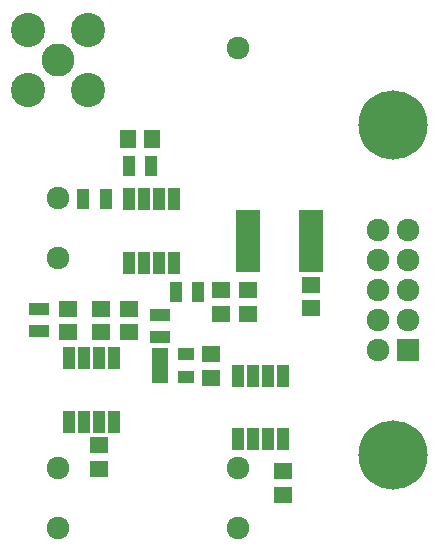
<source format=gbr>
%TF.GenerationSoftware,KiCad,Pcbnew,(2017-05-01 revision c8706e9c1)-makepkg*%
%TF.CreationDate,2017-06-26T08:26:11-04:00*%
%TF.ProjectId,pmt-transimpedance-amplifier,706D742D7472616E73696D706564616E,rev?*%
%TF.FileFunction,Soldermask,Top*%
%TF.FilePolarity,Negative*%
%FSLAX46Y46*%
G04 Gerber Fmt 4.6, Leading zero omitted, Abs format (unit mm)*
G04 Created by KiCad (PCBNEW (2017-05-01 revision c8706e9c1)-makepkg) date 06/26/17 08:26:11*
%MOMM*%
%LPD*%
G01*
G04 APERTURE LIST*
%ADD10C,0.100000*%
%ADD11R,1.000000X1.950000*%
%ADD12R,1.650000X1.400000*%
%ADD13C,1.924000*%
%ADD14C,5.860000*%
%ADD15R,1.920000X1.920000*%
%ADD16C,1.920000*%
%ADD17R,2.000000X0.810000*%
%ADD18R,1.700000X1.100000*%
%ADD19R,1.400000X1.650000*%
%ADD20C,2.800000*%
%ADD21C,2.900000*%
%ADD22R,1.100000X1.700000*%
%ADD23R,1.460000X1.050000*%
G04 APERTURE END LIST*
D10*
D11*
X225405000Y-99600000D03*
X224135000Y-99600000D03*
X222865000Y-99600000D03*
X221595000Y-99600000D03*
X221595000Y-105000000D03*
X222865000Y-105000000D03*
X224135000Y-105000000D03*
X225405000Y-105000000D03*
D12*
X219250000Y-97800000D03*
X219250000Y-99800000D03*
D13*
X206350000Y-112540000D03*
X221590000Y-112540000D03*
X221590000Y-107460000D03*
X206350000Y-107460000D03*
X206350000Y-89660000D03*
X206350000Y-84580000D03*
X221590000Y-71880000D03*
D14*
X234680000Y-106290000D03*
X234680000Y-78350000D03*
D15*
X235950000Y-97400000D03*
D16*
X233410000Y-97400000D03*
X235950000Y-94860000D03*
X233410000Y-94860000D03*
X235950000Y-92320000D03*
X233410000Y-92320000D03*
X235950000Y-89780000D03*
X233410000Y-89780000D03*
X235950000Y-87240000D03*
X233410000Y-87240000D03*
D17*
X222445700Y-85977500D03*
X222445700Y-86612500D03*
X222445700Y-87247500D03*
X222445700Y-87882500D03*
X222445700Y-88517500D03*
X222445700Y-89152500D03*
X222445700Y-89787500D03*
X222445700Y-90422500D03*
X227754300Y-90422500D03*
X227754300Y-89787500D03*
X227754300Y-89152500D03*
X227754300Y-88517500D03*
X227754300Y-87882500D03*
X227754300Y-87247500D03*
X227754300Y-86612500D03*
X227754300Y-85977500D03*
D12*
X207214896Y-95945680D03*
X207214896Y-93945680D03*
X209964896Y-95945680D03*
X209964896Y-93945680D03*
X212314896Y-93945680D03*
X212314896Y-95945680D03*
D18*
X204750000Y-95850000D03*
X204750000Y-93950000D03*
D12*
X227750000Y-91900000D03*
X227750000Y-93900000D03*
D19*
X212300000Y-79580000D03*
X214300000Y-79580000D03*
D20*
X206300000Y-72850000D03*
D21*
X203760000Y-70310000D03*
X208840000Y-70310000D03*
X208840000Y-75390000D03*
X203760000Y-75390000D03*
D22*
X214250000Y-81866000D03*
X212350000Y-81866000D03*
X208472000Y-84660000D03*
X210372000Y-84660000D03*
D11*
X212343000Y-90054000D03*
X213613000Y-90054000D03*
X214883000Y-90054000D03*
X216153000Y-90054000D03*
X216153000Y-84654000D03*
X214883000Y-84654000D03*
X213613000Y-84654000D03*
X212343000Y-84654000D03*
D12*
X209850000Y-107500000D03*
X209850000Y-105500000D03*
X225400000Y-109700000D03*
X225400000Y-107700000D03*
D18*
X214950000Y-94450000D03*
X214950000Y-96350000D03*
D11*
X207302171Y-103489303D03*
X208572171Y-103489303D03*
X209842171Y-103489303D03*
X211112171Y-103489303D03*
X211112171Y-98089303D03*
X209842171Y-98089303D03*
X208572171Y-98089303D03*
X207302171Y-98089303D03*
D23*
X217144970Y-97781312D03*
X217144970Y-99681312D03*
X214944970Y-99681312D03*
X214944970Y-98731312D03*
X214944970Y-97781312D03*
D12*
X220150000Y-92360000D03*
X220150000Y-94360000D03*
X222450000Y-94350000D03*
X222450000Y-92350000D03*
D22*
X218200000Y-92500000D03*
X216300000Y-92500000D03*
M02*

</source>
